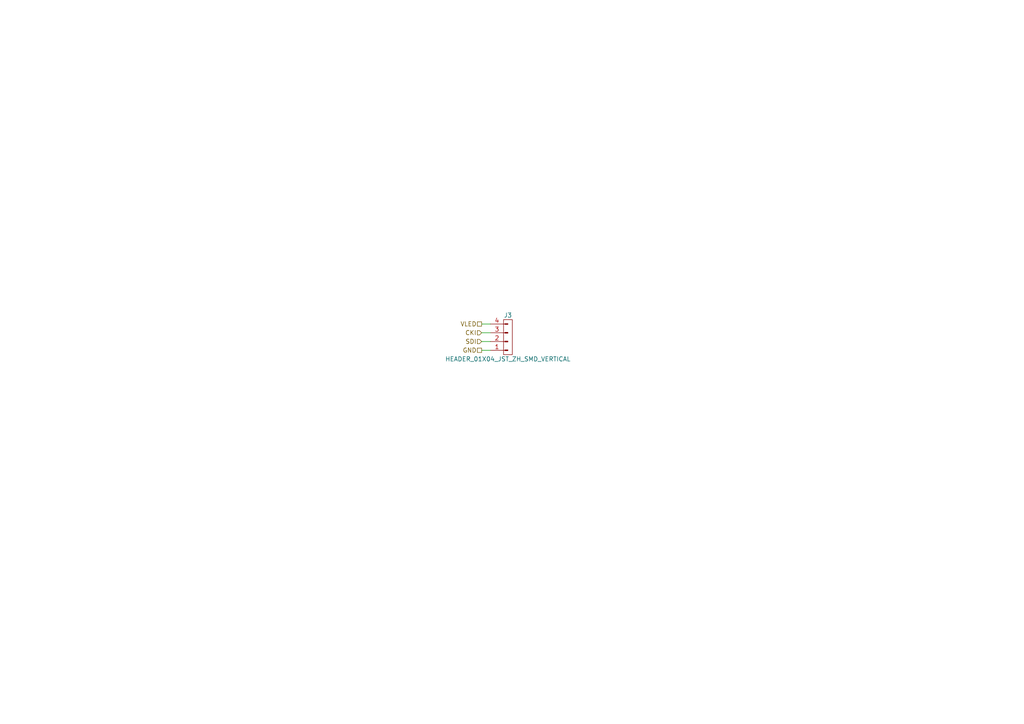
<source format=kicad_sch>
(kicad_sch (version 20211123) (generator eeschema)
  (paper "A4")
  (title_block (title "biym-board-led") (date "2022-11-20") (rev "1.2") (company "Peter Polidoro"))
  (lib_symbols
    (symbol "Janelia:HEADER_01X04_JST_ZH_SMD_VERTICAL" (pin_names (offset 1.016) hide)
      (property "Reference" "J" (at 0 6.35 0))
      (property "Value" "HEADER_01X04_JST_ZH_SMD_VERTICAL" (at 0 -6.35 0))
      (symbol "HEADER_01X04_JST_ZH_SMD_VERTICAL_0_1"
        (rectangle (start -1.27 5.08) (end 1.27 -5.08))
      )
      (symbol "HEADER_01X04_JST_ZH_SMD_VERTICAL_1_1"
        (polyline (pts (xy 1.27 -3.81) (xy 0.8636 -3.81)) (stroke (width 0.1524)))
        (polyline (pts (xy 1.27 -1.27) (xy 0.8636 -1.27)) (stroke (width 0.1524)))
        (polyline (pts (xy 1.27 1.27) (xy 0.8636 1.27)) (stroke (width 0.1524)))
        (polyline (pts (xy 1.27 3.81) (xy 0.8636 3.81)) (stroke (width 0.1524)))
        (rectangle (start 0.8636 -3.683) (end 0 -3.937) (stroke (width 0.1524)) (fill (type outline)))
        (rectangle (start 0.8636 -1.143) (end 0 -1.397) (stroke (width 0.1524)) (fill (type outline)))
        (rectangle (start 0.8636 1.397) (end 0 1.143) (stroke (width 0.1524)) (fill (type outline)))
        (rectangle (start 0.8636 3.937) (end 0 3.683) (stroke (width 0.1524)) (fill (type outline)))
        (pin passive line (at 5.08 3.81 180) (length 3.81) (name "Pin_1") (number "1"))
        (pin passive line (at 5.08 1.27 180) (length 3.81) (name "Pin_2") (number "2"))
        (pin passive line (at 5.08 -1.27 180) (length 3.81) (name "Pin_3") (number "3"))
        (pin passive line (at 5.08 -3.81 180) (length 3.81) (name "Pin_4") (number "4"))
      )
    )
  )
  (wire (pts (xy 139.7 96.52) (xy 142.24 96.52)))
  (wire (pts (xy 139.7 93.98) (xy 142.24 93.98)))
  (wire (pts (xy 139.7 99.06) (xy 142.24 99.06)))
  (wire (pts (xy 139.7 101.6) (xy 142.24 101.6)))
  (hierarchical_label "VLED" (shape passive) (at 139.7 93.98 180))
  (hierarchical_label "SDI" (shape input) (at 139.7 99.06 180))
  (hierarchical_label "GND" (shape passive) (at 139.7 101.6 180))
  (hierarchical_label "CKI" (shape input) (at 139.7 96.52 180))
  (symbol (lib_id "Janelia:HEADER_01X04_JST_ZH_SMD_VERTICAL") (at 147.32 97.79 180) (unit 1)
    (property "Reference" "J3" (at 147.32 91.44 0))
    (property "Value" "HEADER_01X04_JST_ZH_SMD_VERTICAL" (at 147.32 104.14 0))
    (property "Footprint" "Janelia:JST_ZH_B4B_ZR_SM4_TF_1x04-1MP_P1.50mm_Vertical" (effects hide))
    (property "Description" "CONN HEADER SMD 4POS 1.5MM" (effects hide))
    (property "Manufacturer" "JST Sales America Inc." (effects hide))
    (property "Manufacturer Part Number" "B4B-ZR-SM4-TF(LF)(SN)" (effects hide))
    (property "Vendor" "Digi-Key" (effects hide))
    (property "Vendor Part Number" "455-1683-1-ND" (effects hide))
  )
)
</source>
